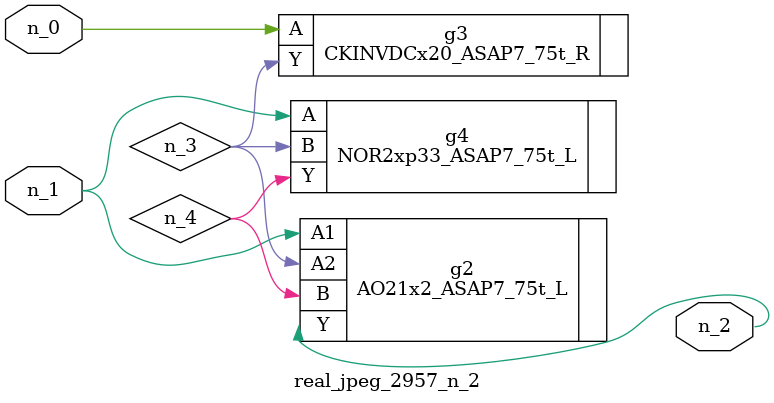
<source format=v>
module real_jpeg_2957_n_2 (n_1, n_0, n_2);

input n_1;
input n_0;

output n_2;

wire n_4;
wire n_3;

CKINVDCx20_ASAP7_75t_R g3 ( 
.A(n_0),
.Y(n_3)
);

AO21x2_ASAP7_75t_L g2 ( 
.A1(n_1),
.A2(n_3),
.B(n_4),
.Y(n_2)
);

NOR2xp33_ASAP7_75t_L g4 ( 
.A(n_1),
.B(n_3),
.Y(n_4)
);


endmodule
</source>
